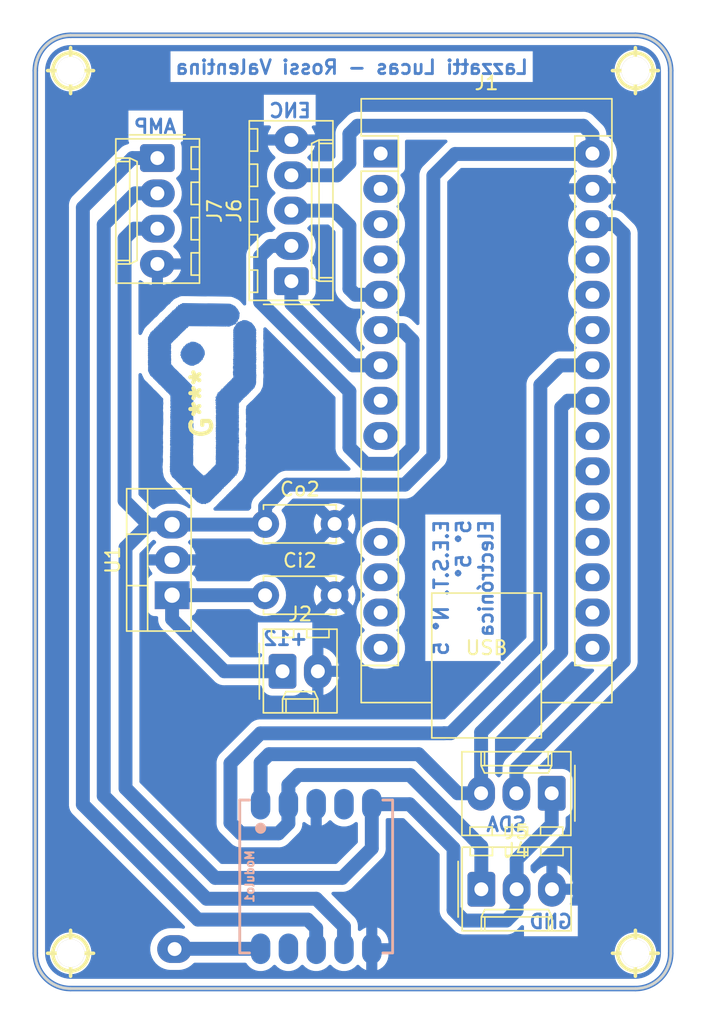
<source format=kicad_pcb>
(kicad_pcb (version 20221018) (generator pcbnew)
  (layers (0 "F.Cu" signal) (31 "B.Cu" signal) (34 "B.Paste" user) (35 "F.Paste" user) (36 "B.SilkS" user "B.Silkscreen") (37 "F.SilkS" user "F.Silkscreen") (38 "B.Mask" user) (39 "F.Mask" user) (44 "Edge.Cuts" user))
  (net 0 "")
  (net 1 "GND")
  (net 2 "+12V")
  (net 3 "L-OUT")
  (net 4 "VCC")
  (net 9 "SW")
  (net 10 "DT")
  (net 11 "CLK")
  (net 12 "unconnected-(J1-D5{slash}T1-Pad8)")
  (net 14 "unconnected-(J1-D9{slash}0C1-Pad12)")
  (net 18 "RES")
  (net 24 "SDA")
  (net 25 "SCL")
  (net 29 "R-OUT")
  (net 30 "ANT")
  (footprint "Connector_Molex:Molex_KK-254_AE-6410-03A_1x03_P2.54mm_Vertical" (layer "F.Cu") (at 120.994772 81.75666)
    (fp_text reference "J5")
    (fp_text value "SSD1306 GND")
  )
  (footprint "logos_caseros:logo_definitivo(15mm)" (layer "F.Cu") (at 100.877316 46.813444 90)
    (fp_text reference "G***")
    (fp_text value "LOGO" hide)
  )
  (footprint "Capacitor_THT:C_Disc_D5.0mm_W2.5mm_P5.00mm" (layer "F.Cu") (at 105.437054 60.603221)
    (fp_text reference "Ci2")
    (fp_text value "0,33uF")
  )
  (footprint "Package_TO_SOT_THT:TO-220-3_Vertical" (layer "F.Cu") (at 98.742811 60.601137 90)
    (fp_text reference "U1")
    (fp_text value "L7805_TO220")
  )
  (footprint "EESTN5:hole_2mm" (layer "F.Cu") (at 132.08 22.86)
    (fp_text reference "H2" hide)
    (fp_text value "Mounting_Hole" hide)
  )
  (footprint "" (layer "F.Cu") (at 98.92347 86.05784)
    (fp_text reference "")
    (fp_text value "")
  )
  (footprint "Connector_Molex:Molex_KK-254_AE-6410-04A_1x04_P2.54mm_Vertical" (layer "F.Cu") (at 97.684491 29.151346 -90)
    (fp_text reference "J7")
    (fp_text value "Amplificador")
  )
  (footprint "EESTN5:hole_2mm" (layer "F.Cu") (at 91.44 86.36)
    (fp_text reference "H4" hide)
    (fp_text value "Mounting_Hole" hide)
  )
  (footprint "EESTN5:hole_2mm" (layer "F.Cu") (at 132.08 86.36)
    (fp_text reference "H3" hide)
    (fp_text value "Mounting_Hole" hide)
  )
  (footprint "EESTN5:hole_2mm" (layer "F.Cu") (at 91.44 22.86)
    (fp_text reference "H1" hide)
    (fp_text value "Mounting_Hole" hide)
  )
  (footprint "Capacitor_THT:C_Disc_D5.0mm_W2.5mm_P5.00mm" (layer "F.Cu") (at 105.437054 55.474163)
    (fp_text reference "Co2")
    (fp_text value "0.1uF")
  )
  (footprint "Connector_Molex:Molex_KK-254_AE-6410-02A_1x02_P2.54mm_Vertical" (layer "F.Cu") (at 106.690991 66.075392)
    (fp_text reference "J2")
    (fp_text value "Fuente")
  )
  (footprint "Module:Arduino_Nano" (layer "F.Cu") (at 113.750336 28.827137)
    (fp_text reference "J1")
    (fp_text value "Arduino_Nano_Header")
  )
  (footprint "Connector_Molex:Molex_KK-254_AE-6410-05A_1x05_P2.54mm_Vertical" (layer "F.Cu") (at 107.32627 38.010543 90)
    (fp_text reference "J6")
    (fp_text value "Encoder")
  )
  (footprint "Connector_Molex:Molex_KK-254_AE-6410-03A_1x03_P2.54mm_Vertical" (layer "F.Cu") (at 126.056811 74.851137 180)
    (fp_text reference "J4")
    (fp_text value "SSD1306 SDA")
  )
  (footprint "TEA5767:TEA5767" (layer "B.Cu") (at 109.111382 80.838279 -90)
    (property "VALUE" "")
    (fp_text reference "Modulo1")
    (fp_text value "TEA5767")
  )
  (gr_line (start 88.9 86.36) (end 88.9 22.86) (stroke (width 0.4)) (layer "B.Cu"))
  (gr_arc (start 91.44 88.9) (mid 89.643948 88.156052) (end 88.9 86.36) (stroke (width 0.4)) (layer "B.Cu"))
  (gr_line (start 134.62 86.36) (end 134.62 22.86) (stroke (width 0.4)) (layer "B.Cu"))
  (gr_arc (start 88.9 22.86) (mid 89.643949 21.063949) (end 91.44 20.32) (stroke (width 0.4)) (layer "B.Cu"))
  (gr_line (start 91.44 88.9) (end 132.08 88.9) (stroke (width 0.4)) (layer "B.Cu"))
  (gr_arc (start 132.08 20.32) (mid 133.876051 21.063949) (end 134.62 22.86) (stroke (width 0.4)) (layer "B.Cu"))
  (gr_line (start 91.44 20.32) (end 132.08 20.32) (stroke (width 0.4)) (layer "B.Cu"))
  (gr_arc (start 134.62 86.36) (mid 133.876051 88.156051) (end 132.08 88.9) (stroke (width 0.4)) (layer "B.Cu"))
  (gr_line (start 134.62 86.36) (end 134.62 22.86) (stroke (width 0.2)) (layer "Edge.Cuts"))
  (gr_arc (start 88.9 22.86) (mid 89.643949 21.063949) (end 91.44 20.32) (stroke (width 0.2)) (layer "Edge.Cuts"))
  (gr_line (start 132.08 20.32) (end 91.44 20.32) (stroke (width 0.2)) (layer "Edge.Cuts"))
  (gr_arc (start 132.08 20.32) (mid 133.876051 21.063949) (end 134.62 22.86) (stroke (width 0.2)) (layer "Edge.Cuts"))
  (gr_line (start 88.9 86.36) (end 88.9 22.86) (stroke (width 0.2)) (layer "Edge.Cuts"))
  (gr_arc (start 134.62 86.36) (mid 133.876051 88.156051) (end 132.08 88.9) (stroke (width 0.2)) (layer "Edge.Cuts"))
  (gr_arc (start 91.44 88.9) (mid 89.643949 88.156051) (end 88.9 86.36) (stroke (width 0.2)) (layer "Edge.Cuts"))
  (gr_line (start 91.44 88.9) (end 132.08 88.9) (stroke (width 0.2)) (layer "Edge.Cuts"))
  (gr_text "GND" (at 127.653799 84.667582) (layer "B.Cu") (effects (font (size 1 1) (thickness 0.2) bold) (justify left bottom mirror)))
  (gr_text "SDA\n\n\n" (at 124.32347 80.903408) (layer "B.Cu") (effects (font (size 1 1) (thickness 0.2) bold) (justify left bottom mirror)))
  (gr_text "Lazzatti Lucas - Rossi Valentina\n" (at 124.46 23.206907) (layer "B.Cu") (effects (font (size 1 1) (thickness 0.2) bold) (justify left bottom mirror)))
  (gr_text "+12" (at 108.602969 64.295996) (layer "B.Cu") (effects (font (size 1 1) (thickness 0.2) bold) (justify left bottom mirror)))
  (gr_text "AMP" (at 99.146843 27.470165) (layer "B.Cu") (effects (font (size 1 1) (thickness 0.2) bold) (justify left bottom mirror)))
  (gr_text "ENC" (at 108.841052 26.331318) (layer "B.Cu") (effects (font (size 1 1) (thickness 0.2) bold) (justify left bottom mirror)))
  (gr_text "E.E.S.T. N° 5 \n5° 5° \nElectrónica" (at 121.92 55.075422 90) (layer "B.Cu") (effects (font (size 1 1) (thickness 0.2) bold) (justify left bottom mirror)))
  (segment (start 106.690991 66.075392) (end 102.4972 66.075392) (width 1) (layer "B.Cu") (net 2))
  (segment (start 98.742811 60.601137) (end 105.43497 60.601137) (width 1) (layer "B.Cu") (net 2))
  (segment (start 98.742811 62.321003) (end 98.742811 60.601137) (width 1) (layer "B.Cu") (net 2))
  (segment (start 105.43497 60.601137) (end 105.437054 60.603221) (width 1) (layer "B.Cu") (net 2))
  (segment (start 102.4972 66.075392) (end 98.742811 62.321003) (width 1) (layer "B.Cu") (net 2))
  (segment (start 108.49287 83.938279) (end 109.111382 84.556791) (width 1) (layer "B.Cu") (net 3))
  (segment (start 97.684491 29.151346) (end 95.891119 29.151346) (width 1) (layer "B.Cu") (net 3))
  (segment (start 92.322811 32.719654) (end 92.322811 75.661137) (width 1) (layer "B.Cu") (net 3))
  (segment (start 92.322811 75.661137) (end 100.599953 83.938279) (width 1) (layer "B.Cu") (net 3))
  (segment (start 100.599953 83.938279) (end 108.49287 83.938279) (width 1) (layer "B.Cu") (net 3))
  (segment (start 95.891119 29.151346) (end 92.322811 32.719654) (width 1) (layer "B.Cu") (net 3))
  (segment (start 109.111382 84.556791) (end 109.111382 86.038279) (width 1) (layer "B.Cu") (net 3))
  (segment (start 123.534772 79.621385) (end 123.534772 81.75666) (width 1) (layer "B.Cu") (net 4))
  (segment (start 97.042875 55.521137) (end 98.742811 55.521137) (width 1) (layer "B.Cu") (net 4))
  (segment (start 126.056811 74.851137) (end 126.056811 77.099346) (width 1) (layer "B.Cu") (net 4))
  (segment (start 107.003167 52.647137) (end 105.437054 54.21325) (width 1) (layer "B.Cu") (net 4))
  (segment (start 128.990336 28.827137) (end 128.990336 27.474662) (width 1) (layer "B.Cu") (net 4))
  (segment (start 118.994772 83.245626) (end 118.994772 78.797474) (width 1) (layer "B.Cu") (net 4))
  (segment (start 118.994772 78.797474) (end 115.835577 75.638279) (width 1) (layer "B.Cu") (net 4))
  (segment (start 95.390786 74.486472) (end 101.842593 80.938279) (width 1) (layer "B.Cu") (net 4))
  (segment (start 97.042875 55.521137) (end 95.390786 57.173226) (width 1) (layer "B.Cu") (net 4))
  (segment (start 111.500336 27.412923) (end 111.500336 29.509788) (width 1) (layer "B.Cu") (net 4))
  (segment (start 128.342811 26.827137) (end 112.086122 26.827137) (width 1) (layer "B.Cu") (net 4))
  (segment (start 111.500336 29.509788) (end 110.608987 30.401137) (width 1) (layer "B.Cu") (net 4))
  (segment (start 128.990336 27.474662) (end 128.342811 26.827137) (width 1) (layer "B.Cu") (net 4))
  (segment (start 119.105207 28.859096) (end 129.056243 28.859096) (width 1) (layer "B.Cu") (net 4))
  (segment (start 126.056811 77.099346) (end 123.534772 79.621385) (width 1) (layer "B.Cu") (net 4))
  (segment (start 95.390786 57.173226) (end 95.390786 74.486472) (width 1) (layer "B.Cu") (net 4))
  (segment (start 112.642811 52.647137) (end 115.491656 52.647137) (width 1) (layer "B.Cu") (net 4))
  (segment (start 115.491656 52.647137) (end 117.540336 50.598457) (width 1) (layer "B.Cu") (net 4))
  (segment (start 98.742811 55.521137) (end 105.39008 55.521137) (width 1) (layer "B.Cu") (net 4))
  (segment (start 110.986998 80.938279) (end 113.111382 78.813895) (width 1) (layer "B.Cu") (net 4))
  (segment (start 101.842593 80.938279) (end 110.986998 80.938279) (width 1) (layer "B.Cu") (net 4))
  (segment (start 97.042875 55.521137) (end 95.322811 53.801073) (width 1) (layer "B.Cu") (net 4))
  (segment (start 123.534772 83.27069) (end 122.798802 84.00666) (width 1) (layer "B.Cu") (net 4))
  (segment (start 95.322811 34.934131) (end 96.025596 34.231346) (width 1) (layer "B.Cu") (net 4))
  (segment (start 115.835577 75.638279) (end 113.111382 75.638279) (width 1) (layer "B.Cu") (net 4))
  (segment (start 122.798802 84.00666) (end 119.755806 84.00666) (width 1) (layer "B.Cu") (net 4))
  (segment (start 113.111382 78.813895) (end 113.111382 75.638279) (width 1) (layer "B.Cu") (net 4))
  (segment (start 105.39008 55.521137) (end 105.437054 55.474163) (width 1) (layer "B.Cu") (net 4))
  (segment (start 112.054671 52.647137) (end 112.642811 52.647137) (width 1) (layer "B.Cu") (net 4))
  (segment (start 105.437054 54.21325) (end 105.437054 55.474163) (width 1) (layer "B.Cu") (net 4))
  (segment (start 110.598393 30.390543) (end 107.32627 30.390543) (width 1) (layer "B.Cu") (net 4))
  (segment (start 95.322811 53.801073) (end 95.322811 34.934131) (width 1) (layer "B.Cu") (net 4))
  (segment (start 123.534772 81.75666) (end 123.534772 83.27069) (width 1) (layer "B.Cu") (net 4))
  (segment (start 117.540336 50.598457) (end 117.540336 30.423967) (width 1) (layer "B.Cu") (net 4))
  (segment (start 119.755806 84.00666) (end 118.994772 83.245626) (width 1) (layer "B.Cu") (net 4))
  (segment (start 112.039409 52.631875) (end 112.054671 52.647137) (width 1) (layer "B.Cu") (net 4))
  (segment (start 112.086122 26.827137) (end 111.500336 27.412923) (width 1) (layer "B.Cu") (net 4))
  (segment (start 117.540336 30.423967) (end 119.105207 28.859096) (width 1) (layer "B.Cu") (net 4))
  (segment (start 110.608987 30.401137) (end 110.598393 30.390543) (width 1) (layer "B.Cu") (net 4))
  (segment (start 112.642811 52.647137) (end 107.003167 52.647137) (width 1) (layer "B.Cu") (net 4))
  (segment (start 96.025596 34.231346) (end 97.684491 34.231346) (width 1) (layer "B.Cu") (net 4))
  (segment (start 111.501619 38.55442) (end 111.501619 34.006969) (width 1) (layer "B.Cu") (net 9))
  (segment (start 110.425193 32.930543) (end 107.32627 32.930543) (width 1) (layer "B.Cu") (net 9))
  (segment (start 111.501619 34.006969) (end 110.425193 32.930543) (width 1) (layer "B.Cu") (net 9))
  (segment (start 111.934336 38.987137) (end 111.501619 38.55442) (width 1) (layer "B.Cu") (net 9))
  (segment (start 113.750336 38.987137) (end 111.934336 38.987137) (width 1) (layer "B.Cu") (net 9))
  (segment (start 112.675991 51.147137) (end 111.501619 49.972765) (width 1) (layer "B.Cu") (net 10))
  (segment (start 116.040336 42.264327) (end 116.040336 49.977137) (width 1) (layer "B.Cu") (net 10))
  (segment (start 105.07627 36.223203) (end 105.82893 35.470543) (width 1) (layer "B.Cu") (net 10))
  (segment (start 115.303146 41.527137) (end 116.040336 42.264327) (width 1) (layer "B.Cu") (net 10))
  (segment (start 111.501619 49.972765) (end 111.501619 45.933297) (width 1) (layer "B.Cu") (net 10))
  (segment (start 113.750336 41.527137) (end 115.303146 41.527137) (width 1) (layer "B.Cu") (net 10))
  (segment (start 114.870336 51.147137) (end 112.675991 51.147137) (width 1) (layer "B.Cu") (net 10))
  (segment (start 105.07627 39.507948) (end 105.07627 36.223203) (width 1) (layer "B.Cu") (net 10))
  (segment (start 116.040336 49.977137) (end 114.870336 51.147137) (width 1) (layer "B.Cu") (net 10))
  (segment (start 111.501619 45.933297) (end 105.07627 39.507948) (width 1) (layer "B.Cu") (net 10))
  (segment (start 105.82893 35.470543) (end 107.32627 35.470543) (width 1) (layer "B.Cu") (net 10))
  (segment (start 113.750336 44.067137) (end 111.756779 44.067137) (width 1) (layer "B.Cu") (net 11))
  (segment (start 111.756779 44.067137) (end 107.32627 39.636628) (width 1) (layer "B.Cu") (net 11))
  (segment (start 107.32627 39.636628) (end 107.32627 38.010543) (width 1) (layer "B.Cu") (net 11))
  (segment (start 113.816243 46.639096) (end 113.112412 46.639096) (width 1) (layer "B.Cu") (net 12))
  (segment (start 113.846243 56.829096) (end 113.816243 56.799096) (width 1) (layer "B.Cu") (net 14))
  (segment (start 123.516811 74.851137) (end 123.516811 73.073137) (width 1) (layer "B.Cu") (net 18))
  (segment (start 130.551416 33.907137) (end 128.990336 33.907137) (width 1) (layer "B.Cu") (net 18))
  (segment (start 131.239053 34.594774) (end 130.551416 33.907137) (width 1) (layer "B.Cu") (net 18))
  (segment (start 123.516811 73.073137) (end 131.239053 65.350895) (width 1) (layer "B.Cu") (net 18))
  (segment (start 131.239053 65.350895) (end 131.239053 34.594774) (width 1) (layer "B.Cu") (net 18))
  (segment (start 120.976811 74.851137) (end 119.291075 74.851137) (width 1) (layer "B.Cu") (net 24))
  (segment (start 128.990336 46.607137) (end 127.227946 46.607137) (width 1) (layer "B.Cu") (net 24))
  (segment (start 120.976811 70.461982) (end 120.976811 74.851137) (width 1) (layer "B.Cu") (net 24))
  (segment (start 105.719953 72.038279) (end 105.111382 72.64685) (width 1) (layer "B.Cu") (net 24))
  (segment (start 127.227946 46.607137) (end 126.741619 47.093464) (width 1) (layer "B.Cu") (net 24))
  (segment (start 126.741619 64.697174) (end 120.976811 70.461982) (width 1) (layer "B.Cu") (net 24))
  (segment (start 119.291075 74.851137) (end 116.478217 72.038279) (width 1) (layer "B.Cu") (net 24))
  (segment (start 116.478217 72.038279) (end 105.719953 72.038279) (width 1) (layer "B.Cu") (net 24))
  (segment (start 105.111382 72.64685) (end 105.111382 75.638279) (width 1) (layer "B.Cu") (net 24))
  (segment (start 126.741619 47.093464) (end 126.741619 64.697174) (width 1) (layer "B.Cu") (net 24))
  (segment (start 105.098633 70.538279) (end 102.942811 72.694101) (width 1) (layer "B.Cu") (net 25))
  (segment (start 128.990336 44.067137) (end 126.650336 44.067137) (width 1) (layer "B.Cu") (net 25))
  (segment (start 102.942811 76.986412) (end 103.694678 77.738279) (width 1) (layer "B.Cu") (net 25))
  (segment (start 120.974388 78.65577) (end 120.963148 78.65577) (width 1) (layer "B.Cu") (net 25))
  (segment (start 120.994772 81.75666) (end 120.994772 78.676154) (width 1) (layer "B.Cu") (net 25))
  (segment (start 103.694678 77.738279) (end 106.396364 77.738279) (width 1) (layer "B.Cu") (net 25))
  (segment (start 120.377362 78.058744) (end 115.856897 73.538279) (width 1) (layer "B.Cu") (net 25))
  (segment (start 107.111382 77.023261) (end 107.111382 75.638279) (width 1) (layer "B.Cu") (net 25))
  (segment (start 120.377362 78.069984) (end 120.377362 78.058744) (width 1) (layer "B.Cu") (net 25))
  (segment (start 126.650336 44.067137) (end 125.241619 45.475854) (width 1) (layer "B.Cu") (net 25))
  (segment (start 120.994772 78.676154) (end 120.974388 78.65577) (width 1) (layer "B.Cu") (net 25))
  (segment (start 120.963148 78.65577) (end 120.377362 78.069984) (width 1) (layer "B.Cu") (net 25))
  (segment (start 118.304203 70.538279) (end 105.098633 70.538279) (width 1) (layer "B.Cu") (net 25))
  (segment (start 125.241619 45.475854) (end 125.241619 64.075854) (width 1) (layer "B.Cu") (net 25))
  (segment (start 107.111382 74.244458) (end 107.111382 75.638279) (width 1) (layer "B.Cu") (net 25))
  (segment (start 118.788058 70.529415) (end 118.313067 70.529415) (width 1) (layer "B.Cu") (net 25))
  (segment (start 107.817561 73.538279) (end 107.111382 74.244458) (width 1) (layer "B.Cu") (net 25))
  (segment (start 115.856897 73.538279) (end 107.817561 73.538279) (width 1) (layer "B.Cu") (net 25))
  (segment (start 102.942811 72.694101) (end 102.942811 76.986412) (width 1) (layer "B.Cu") (net 25))
  (segment (start 118.313067 70.529415) (end 118.304203 70.538279) (width 1) (layer "B.Cu") (net 25))
  (segment (start 125.241619 64.075854) (end 118.788058 70.529415) (width 1) (layer "B.Cu") (net 25))
  (segment (start 106.396364 77.738279) (end 107.111382 77.023261) (width 1) (layer "B.Cu") (net 25))
  (segment (start 93.822811 33.946451) (end 96.077916 31.691346) (width 1) (layer "B.Cu") (net 29))
  (segment (start 93.822811 75.039817) (end 93.822811 33.946451) (width 1) (layer "B.Cu") (net 29))
  (segment (start 109.11419 82.438279) (end 101.221273 82.438279) (width 1) (layer "B.Cu") (net 29))
  (segment (start 101.221273 82.438279) (end 93.822811 75.039817) (width 1) (layer "B.Cu") (net 29))
  (segment (start 111.111382 84.435471) (end 109.11419 82.438279) (width 1) (layer "B.Cu") (net 29))
  (segment (start 96.077916 31.691346) (end 97.684491 31.691346) (width 1) (layer "B.Cu") (net 29))
  (segment (start 111.111382 86.038279) (end 111.111382 84.435471) (width 1) (layer "B.Cu") (net 29))
  (segment (start 98.943031 86.038279) (end 98.92347 86.05784) (width 1) (layer "B.Cu") (net 30))
  (segment (start 105.111382 86.038279) (end 98.943031 86.038279) (width 1) (layer "B.Cu") (net 30))
  (zone (net 1) (net_name "GND") (layer "B.Cu") (connect_pads (clearance 0.5)) (min_thickness 0.25) (fill yes (thermal_gap 0.5) (thermal_bridge_width 0.8) (island_removal_mode 2) (island_area_min 10))
    (polygon (pts (xy 137.16 17.78) (xy 86.36 17.78) (xy 86.36 91.44) (xy 137.16 91.44)))
  )
)
</source>
